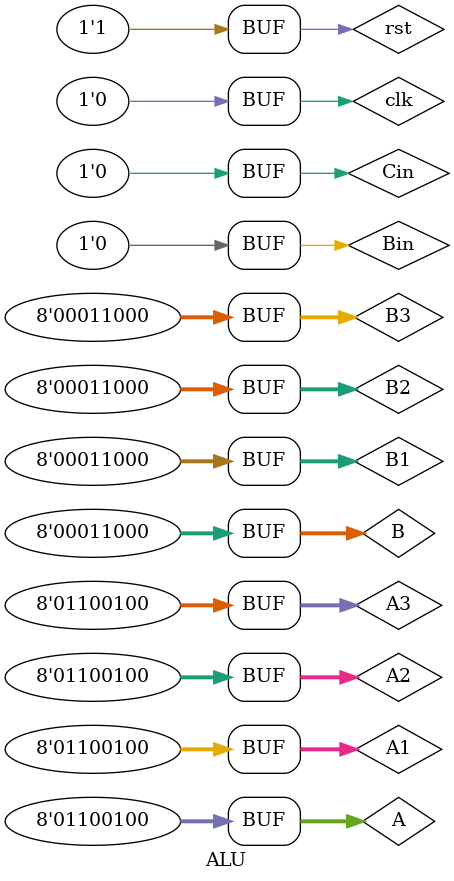
<source format=v>
module ALU();

    reg clk, rst;
    localparam CLK_PERIOD = 100;
    localparam RUNNING_CYCLES = 40;
    reg [7:0] A, B;
    reg Cin;
    wire [7:0] Sum;
    wire Cout;
    reg space1;
    reg [7:0] A1, B1;
    reg Bin;
    wire [7:0] Diff;
    wire Bout;
    reg space2;
    reg [7:0]  A2, B2;
    wire [15:0] Out;
    reg space3;
    reg [7:0] A3, B3;
    wire [7:0] C, R; 
    CarrySkipAdder8bit csa (
        .A(A),
        .B(B),
        .Cin(Cin),
        .Sum(Sum),
        .Cout(Cout)
    );
    
    CarrySkipSubtractor8bit csa2 (
        .A(A1),
        .B(B1),
        .Bin(Bin),
        .Diff(Diff),
        .Bout(Bout)
    );
    
    BoothRadix4Multiplier rad (
        .clk(clk),
        .rst(rst),
        .Q(A2),
        .M(B2),
        .A(Out)
    );
    
    SRT2Divider div (
        .clk(clk),
        .rst(rst),
        .A(A3),
        .B(B3),
        .C(C),
        .R(R)
    );
  
    //integer i ;
    initial begin
    {A , B, Cin} = {8'd100, 8'd24, 1'b0};
    {A1 , B1, Bin} = {8'd100, 8'd24, 1'b0};
    {A2 , B2} = {8'd100, 8'd24};
    {A3 , B3} = {8'd100, 8'd24};
    #(CLK_PERIOD*12);
    /*for(i=1; i<8; i=i+1) begin
      #(CLK_PERIOD*12); 
      A = i;
      B = i + 8;
      A1 = A + B;
      B1 = i+8;
      A2 = i;
      B2 = i+8;
      A3 = A2*B2;
      B3 = i+8;
    end*/
    end  
    
    initial begin
      clk = 1'b0;
      repeat (2*RUNNING_CYCLES) #(CLK_PERIOD/2) clk = ~clk;
    end
  
    localparam RST_DURATION = 2;
    initial begin
      rst = 1'b0;
      #RST_DURATION rst = 1'd1;
      /*repeat (2*RUNNING_CYCLES/8) begin
      #(CLK_PERIOD*12) rst = 1'b0;
      #RST_DURATION rst = 1'd1;
      end*/
    end 
    
endmodule
</source>
